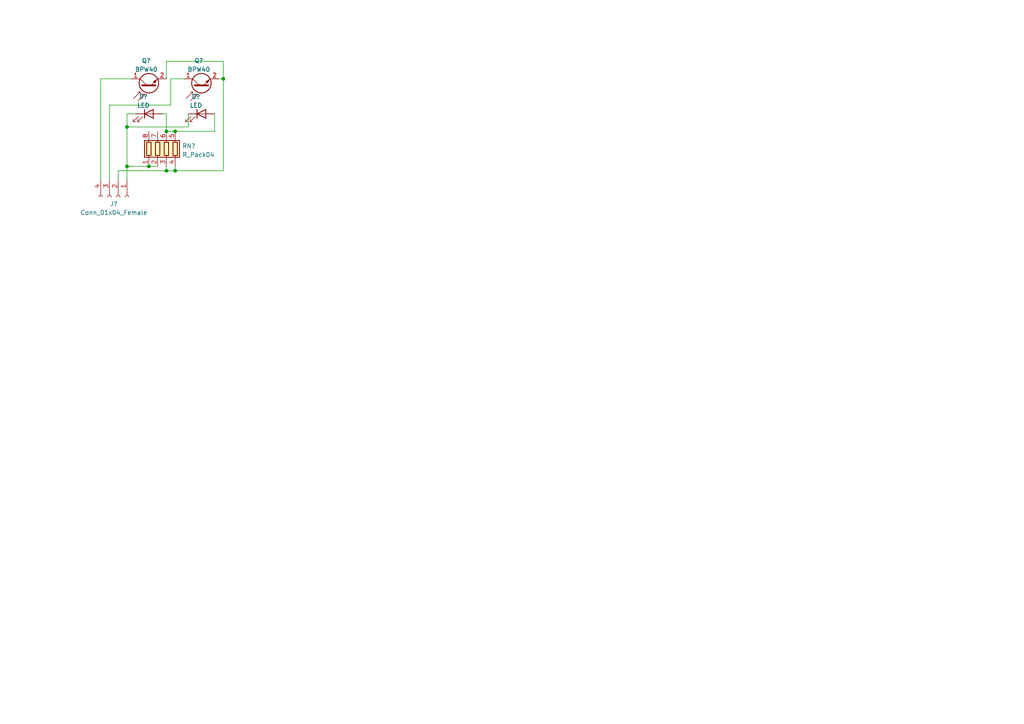
<source format=kicad_sch>
(kicad_sch (version 20211123) (generator eeschema)
  (paper "A4")
  (lib_symbols
    (symbol "Connector:Conn_01x04_Female" (pin_names (offset 1.016) hide)
      (property "Reference" "J" (at 0 5.08 0))
      (property "Value" "Conn_01x04_Female" (at 0 -7.62 0))
      (symbol "Conn_01x04_Female_1_1"
        (arc (start 0 -4.572) (mid -0.508 -5.08) (end 0 -5.588) (stroke (width 0.1524)))
        (arc (start 0 -2.032) (mid -0.508 -2.54) (end 0 -3.048) (stroke (width 0.1524)))
        (polyline (pts (xy -1.27 -5.08) (xy -0.508 -5.08)) (stroke (width 0.1524)))
        (polyline (pts (xy -1.27 -2.54) (xy -0.508 -2.54)) (stroke (width 0.1524)))
        (polyline (pts (xy -1.27 0) (xy -0.508 0)) (stroke (width 0.1524)))
        (polyline (pts (xy -1.27 2.54) (xy -0.508 2.54)) (stroke (width 0.1524)))
        (arc (start 0 0.508) (mid -0.508 0) (end 0 -0.508) (stroke (width 0.1524)))
        (arc (start 0 3.048) (mid -0.508 2.54) (end 0 2.032) (stroke (width 0.1524)))
        (pin passive line (at -5.08 2.54 0) (length 3.81) (name "Pin_1") (number "1"))
        (pin passive line (at -5.08 0 0) (length 3.81) (name "Pin_2") (number "2"))
        (pin passive line (at -5.08 -2.54 0) (length 3.81) (name "Pin_3") (number "3"))
        (pin passive line (at -5.08 -5.08 0) (length 3.81) (name "Pin_4") (number "4"))
      )
    )
    (symbol "Device:LED" (pin_numbers hide) (pin_names (offset 1.016) hide)
      (property "Reference" "D" (at 0 2.54 0))
      (property "Value" "LED" (at 0 -2.54 0))
      (symbol "LED_0_1"
        (polyline (pts (xy -1.27 -1.27) (xy -1.27 1.27)) (stroke (width 0.254)))
        (polyline (pts (xy -1.27 0) (xy 1.27 0)))
        (polyline (pts (xy 1.27 -1.27) (xy 1.27 1.27) (xy -1.27 0) (xy 1.27 -1.27)) (stroke (width 0.254)))
        (polyline (pts (xy -3.048 -0.762) (xy -4.572 -2.286) (xy -3.81 -2.286) (xy -4.572 -2.286) (xy -4.572 -1.524)))
        (polyline (pts (xy -1.778 -0.762) (xy -3.302 -2.286) (xy -2.54 -2.286) (xy -3.302 -2.286) (xy -3.302 -1.524)))
      )
      (symbol "LED_1_1"
        (pin passive line (at -3.81 0 0) (length 2.54) (name "K") (number "1"))
        (pin passive line (at 3.81 0 180) (length 2.54) (name "A") (number "2"))
      )
    )
    (symbol "Device:R_Pack04" (pin_names (offset 0) hide)
      (property "Reference" "RN" (at -7.62 0 90))
      (property "Value" "R_Pack04" (at 5.08 0 90))
      (symbol "R_Pack04_0_1"
        (rectangle (start -6.35 -2.413) (end 3.81 2.413) (stroke (width 0.254)) (fill (type background)))
        (rectangle (start -5.715 1.905) (end -4.445 -1.905) (stroke (width 0.254)))
        (rectangle (start -3.175 1.905) (end -1.905 -1.905) (stroke (width 0.254)))
        (rectangle (start -0.635 1.905) (end 0.635 -1.905) (stroke (width 0.254)))
        (polyline (pts (xy -5.08 -2.54) (xy -5.08 -1.905)))
        (polyline (pts (xy -5.08 1.905) (xy -5.08 2.54)))
        (polyline (pts (xy -2.54 -2.54) (xy -2.54 -1.905)))
        (polyline (pts (xy -2.54 1.905) (xy -2.54 2.54)))
        (polyline (pts (xy 0 -2.54) (xy 0 -1.905)))
        (polyline (pts (xy 0 1.905) (xy 0 2.54)))
        (polyline (pts (xy 2.54 -2.54) (xy 2.54 -1.905)))
        (polyline (pts (xy 2.54 1.905) (xy 2.54 2.54)))
        (rectangle (start 1.905 1.905) (end 3.175 -1.905) (stroke (width 0.254)))
      )
      (symbol "R_Pack04_1_1"
        (pin passive line (at -5.08 -5.08 90) (length 2.54) (name "R1.1") (number "1"))
        (pin passive line (at -2.54 -5.08 90) (length 2.54) (name "R2.1") (number "2"))
        (pin passive line (at 0 -5.08 90) (length 2.54) (name "R3.1") (number "3"))
        (pin passive line (at 2.54 -5.08 90) (length 2.54) (name "R4.1") (number "4"))
        (pin passive line (at 2.54 5.08 270) (length 2.54) (name "R4.2") (number "5"))
        (pin passive line (at 0 5.08 270) (length 2.54) (name "R3.2") (number "6"))
        (pin passive line (at -2.54 5.08 270) (length 2.54) (name "R2.2") (number "7"))
        (pin passive line (at -5.08 5.08 270) (length 2.54) (name "R1.2") (number "8"))
      )
    )
    (symbol "Sensor_Optical:BPW40" (pin_names (offset 0) hide)
      (property "Reference" "Q" (at 5.08 1.27 0))
      (property "Value" "BPW40" (at 5.08 -1.27 0))
      (symbol "BPW40_0_1"
        (polyline (pts (xy -1.905 1.27) (xy -2.54 1.27)))
        (polyline (pts (xy -1.27 2.54) (xy -1.905 2.54)))
        (polyline (pts (xy 0.635 0.635) (xy 2.54 2.54)))
        (polyline (pts (xy -3.81 3.175) (xy -1.905 1.27) (xy -1.905 1.905)))
        (polyline (pts (xy -3.175 4.445) (xy -1.27 2.54) (xy -1.27 3.175)))
        (polyline (pts (xy 0.635 -0.635) (xy 2.54 -2.54) (xy 2.54 -2.54)))
        (polyline (pts (xy 0.635 1.905) (xy 0.635 -1.905) (xy 0.635 -1.905)) (stroke (width 0.508)))
        (polyline (pts (xy 1.27 -1.778) (xy 1.778 -1.27) (xy 2.286 -2.286) (xy 1.27 -1.778) (xy 1.27 -1.778)) (fill (type outline)))
        (circle (center 1.27 0) (radius 2.8194) (stroke (width 0.254)))
      )
      (symbol "BPW40_1_1"
        (pin passive line (at 2.54 5.08 270) (length 2.54) (name "C") (number "1"))
        (pin passive line (at 2.54 -5.08 90) (length 2.54) (name "E") (number "2"))
      )
    )
  )
  (junction (at 36.83 36.83))
  (junction (at 48.26 49.53))
  (junction (at 64.77 22.86))
  (junction (at 43.18 48.26))
  (junction (at 36.83 48.26))
  (junction (at 50.8 49.53))
  (junction (at 48.26 38.1))
  (junction (at 50.8 38.1))
  (wire (pts (xy 48.26 49.53) (xy 50.8 49.53)))
  (wire (pts (xy 48.26 33.02) (xy 46.99 33.02)))
  (wire (pts (xy 36.83 36.83) (xy 36.83 33.02)))
  (wire (pts (xy 36.83 36.83) (xy 54.61 36.83)))
  (wire (pts (xy 50.8 49.53) (xy 64.77 49.53)))
  (wire (pts (xy 49.53 22.86) (xy 49.53 30.48)))
  (wire (pts (xy 54.61 33.02) (xy 54.61 36.83)))
  (wire (pts (xy 38.1 22.86) (xy 29.21 22.86)))
  (wire (pts (xy 62.23 38.1) (xy 62.23 33.02)))
  (wire (pts (xy 36.83 52.07) (xy 36.83 48.26)))
  (wire (pts (xy 64.77 49.53) (xy 64.77 22.86)))
  (wire (pts (xy 48.26 17.78) (xy 48.26 22.86)))
  (wire (pts (xy 50.8 49.53) (xy 50.8 48.26)))
  (wire (pts (xy 53.34 22.86) (xy 49.53 22.86)))
  (wire (pts (xy 36.83 48.26) (xy 43.18 48.26)))
  (wire (pts (xy 36.83 33.02) (xy 39.37 33.02)))
  (wire (pts (xy 64.77 22.86) (xy 63.5 22.86)))
  (wire (pts (xy 36.83 48.26) (xy 36.83 36.83)))
  (wire (pts (xy 34.29 52.07) (xy 34.29 49.53)))
  (wire (pts (xy 43.18 48.26) (xy 45.72 48.26)))
  (wire (pts (xy 64.77 17.78) (xy 48.26 17.78)))
  (wire (pts (xy 48.26 48.26) (xy 48.26 49.53)))
  (wire (pts (xy 34.29 49.53) (xy 48.26 49.53)))
  (wire (pts (xy 29.21 22.86) (xy 29.21 52.07)))
  (wire (pts (xy 64.77 22.86) (xy 64.77 17.78)))
  (wire (pts (xy 48.26 38.1) (xy 50.8 38.1)))
  (wire (pts (xy 50.8 38.1) (xy 62.23 38.1)))
  (wire (pts (xy 49.53 30.48) (xy 31.75 30.48)))
  (wire (pts (xy 31.75 30.48) (xy 31.75 52.07)))
  (wire (pts (xy 48.26 38.1) (xy 48.26 33.02)))
  (symbol (lib_id "Device:LED") (at 58.42 33.02 0) (unit 1)
    (property "Reference" "D?" (at 56.8325 28.0502 0))
    (property "Value" "LED" (at 56.8325 30.5871 0))
  )
  (symbol (lib_id "Device:R_Pack04") (at 48.26 43.18 0) (unit 1)
    (property "Reference" "RN?" (at 52.832 42.3453 0) (effects (justify left)))
    (property "Value" "R_Pack04" (at 52.832 44.8822 0) (effects (justify left)))
  )
  (symbol (lib_id "Connector:Conn_01x04_Female") (at 34.29 57.15 270) (unit 1)
    (property "Reference" "J?" (at 33.02 59.1296 90))
    (property "Value" "Conn_01x04_Female" (at 33.02 61.6665 90))
  )
  (symbol (lib_id "Sensor_Optical:BPW40") (at 43.18 25.4 90) (unit 1)
    (property "Reference" "Q?" (at 42.4307 17.6108 90))
    (property "Value" "BPW40" (at 42.4307 20.1477 90))
    (property "Footprint" "LED_THT:LED_D5.0mm_Clear" (effects hide))
    (property "Datasheet" "https://www.rcscomponents.kiev.ua/datasheets/bpw40.pdf" (effects hide))
  )
  (symbol (lib_id "Sensor_Optical:BPW40") (at 58.42 25.4 90) (unit 1)
    (property "Reference" "Q?" (at 57.6707 17.6108 90))
    (property "Value" "BPW40" (at 57.6707 20.1477 90))
    (property "Footprint" "LED_THT:LED_D5.0mm_Clear" (effects hide))
    (property "Datasheet" "https://www.rcscomponents.kiev.ua/datasheets/bpw40.pdf" (effects hide))
  )
  (symbol (lib_id "Device:LED") (at 43.18 33.02 0) (unit 1)
    (property "Reference" "D?" (at 41.5925 28.0502 0))
    (property "Value" "LED" (at 41.5925 30.5871 0))
  )
)
</source>
